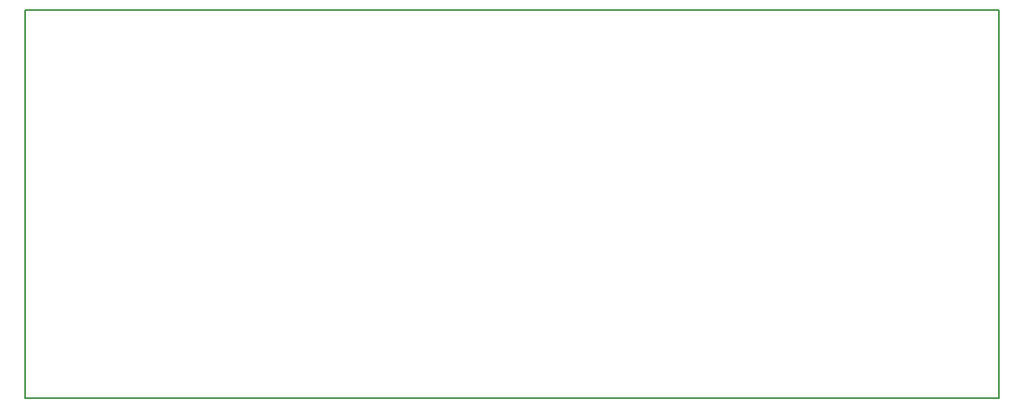
<source format=gbr>
G04 #@! TF.GenerationSoftware,KiCad,Pcbnew,(5.0.1)-rc2*
G04 #@! TF.CreationDate,2019-03-16T15:36:32-04:00*
G04 #@! TF.ProjectId,mixer,6D697865722E6B696361645F70636200,rev?*
G04 #@! TF.SameCoordinates,Original*
G04 #@! TF.FileFunction,Profile,NP*
%FSLAX46Y46*%
G04 Gerber Fmt 4.6, Leading zero omitted, Abs format (unit mm)*
G04 Created by KiCad (PCBNEW (5.0.1)-rc2) date 3/16/2019 3:36:32 PM*
%MOMM*%
%LPD*%
G01*
G04 APERTURE LIST*
%ADD10C,0.150000*%
G04 APERTURE END LIST*
D10*
X112623600Y-65455800D02*
X211175600Y-65455800D01*
X112623600Y-65455800D02*
X112618643Y-104788052D01*
X211175600Y-104788052D02*
X112618643Y-104788052D01*
X211175600Y-65455800D02*
X211175600Y-104775000D01*
M02*

</source>
